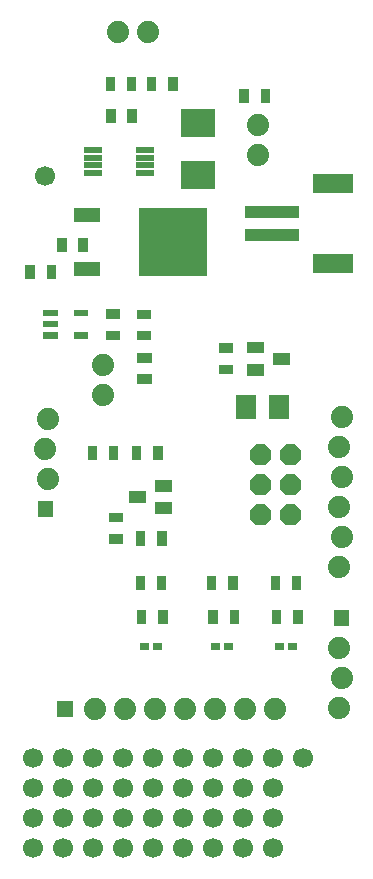
<source format=gbr>
G04 DipTrace 2.3.0.1*
%INTopMask.gbr*%
%MOIN*%
%ADD25C,0.074*%
%ADD36R,0.063X0.0236*%
%ADD38R,0.2303X0.2264*%
%ADD40R,0.0906X0.0472*%
%ADD42C,0.0669*%
%ADD46R,0.1159X0.0929*%
%ADD48R,0.0709X0.0787*%
%FSLAX44Y44*%
G04*
G70*
G90*
G75*
G01*
%LNTopMask*%
%LPD*%
G36*
X3486Y18243D2*
Y18557D1*
X3014D1*
Y18243D1*
X3486D1*
G37*
G36*
Y17534D2*
Y17849D1*
X3014D1*
Y17534D1*
X3486D1*
G37*
G36*
X4327Y9670D2*
X4012D1*
Y9198D1*
X4327D1*
Y9670D1*
G37*
G36*
X5036D2*
X4721D1*
Y9198D1*
X5036D1*
Y9670D1*
G37*
G36*
X8827D2*
X8512D1*
Y9198D1*
X8827D1*
Y9670D1*
G37*
G36*
X9536D2*
X9221D1*
Y9198D1*
X9536D1*
Y9670D1*
G37*
G36*
X6702D2*
X6387D1*
Y9198D1*
X6702D1*
Y9670D1*
G37*
G36*
X7411D2*
X7096D1*
Y9198D1*
X7411D1*
Y9670D1*
G37*
G36*
X4059Y17841D2*
Y17527D1*
X4531D1*
Y17841D1*
X4059D1*
G37*
G36*
Y18550D2*
Y18235D1*
X4531D1*
Y18550D1*
X4059D1*
G37*
D48*
X8800Y15300D3*
X7698D3*
G36*
X3734Y24772D2*
X4049D1*
Y25245D1*
X3734D1*
Y24772D1*
G37*
G36*
X3026D2*
X3340D1*
Y25245D1*
X3026D1*
Y24772D1*
G37*
G36*
X1043Y19564D2*
X1357D1*
Y20036D1*
X1043D1*
Y19564D1*
G37*
G36*
X334D2*
X649D1*
Y20036D1*
X334D1*
Y19564D1*
G37*
G36*
X4452Y7427D2*
X4137D1*
Y7191D1*
X4452D1*
Y7427D1*
G37*
G36*
X4885D2*
X4570D1*
Y7191D1*
X4885D1*
Y7427D1*
G37*
G36*
X8952D2*
X8637D1*
Y7191D1*
X8952D1*
Y7427D1*
G37*
G36*
X9385D2*
X9070D1*
Y7191D1*
X9385D1*
Y7427D1*
G37*
G36*
X6827D2*
X6512D1*
Y7191D1*
X6827D1*
Y7427D1*
G37*
G36*
X7260D2*
X6945D1*
Y7191D1*
X7260D1*
Y7427D1*
G37*
D46*
X6078Y23043D3*
Y24783D3*
D25*
X2924Y15703D3*
Y16703D3*
X10770Y9960D3*
X10870Y10960D3*
X10770Y11960D3*
X10870Y12960D3*
X10770Y13960D3*
X10870Y14960D3*
G36*
X738Y12162D2*
X1261D1*
X1262Y11639D1*
X738Y11638D1*
Y12162D1*
G37*
D25*
X1100Y12900D3*
X1000Y13900D3*
X1100Y14900D3*
G36*
X8024Y13375D2*
X7824Y13575D1*
Y13858D1*
X8024Y14059D1*
X8307D1*
X8508Y13858D1*
Y13575D1*
X8307Y13375D1*
X8024D1*
G37*
G36*
X9024D2*
X8824Y13575D1*
Y13858D1*
X9024Y14059D1*
X9307D1*
X9508Y13858D1*
Y13575D1*
X9307Y13375D1*
X9024D1*
G37*
G36*
X8024Y12375D2*
X7824Y12575D1*
Y12858D1*
X8024Y13059D1*
X8307D1*
X8508Y12858D1*
Y12575D1*
X8307Y12375D1*
X8024D1*
G37*
G36*
X9024D2*
X8824Y12575D1*
Y12858D1*
X9024Y13059D1*
X9307D1*
X9508Y12858D1*
Y12575D1*
X9307Y12375D1*
X9024D1*
G37*
G36*
X8024Y11375D2*
X7824Y11575D1*
Y11858D1*
X8024Y12059D1*
X8307D1*
X8508Y11858D1*
Y11575D1*
X8307Y11375D1*
X8024D1*
G37*
G36*
X9024D2*
X8824Y11575D1*
Y11858D1*
X9024Y12059D1*
X9307D1*
X9508Y11858D1*
Y11575D1*
X9307Y11375D1*
X9024D1*
G37*
G36*
X1907Y5496D2*
X1908Y4973D1*
X1384Y4972D1*
Y5496D1*
X1907D1*
G37*
D25*
X2646Y5234D3*
X3646D3*
X4646D3*
X5646D3*
X6646D3*
X7646D3*
X8646D3*
G36*
X11132Y7998D2*
X10609D1*
X10608Y8521D1*
X11132Y8522D1*
Y7998D1*
G37*
D25*
X10770Y7260D3*
X10870Y6260D3*
X10770Y5260D3*
X3420Y27809D3*
X4420D3*
X8071Y23692D3*
Y24692D3*
G36*
X9450Y21612D2*
Y22006D1*
X7639D1*
Y21612D1*
X9450D1*
G37*
G36*
Y20825D2*
Y21218D1*
X7639D1*
Y20825D1*
X9450D1*
G37*
G36*
X11261Y23069D2*
X9923D1*
Y22439D1*
X11261D1*
Y23069D1*
G37*
G36*
Y20392D2*
X9923D1*
Y19762D1*
X11261D1*
Y20392D1*
G37*
D42*
X600Y3600D3*
X1600D3*
X2600D3*
X3600Y2600D3*
Y3600D3*
X2600Y2600D3*
X600D3*
X4600Y3600D3*
Y2600D3*
X1600D3*
X5600Y3600D3*
X6600D3*
X7600D3*
X8600Y2600D3*
Y3600D3*
X7600Y2600D3*
X5600D3*
X9600Y3600D3*
X1000Y23000D3*
X6600Y2600D3*
X600Y1600D3*
X1600D3*
X2600D3*
X3600Y600D3*
Y1600D3*
X2600Y600D3*
X600D3*
X4600Y1600D3*
Y600D3*
X1600D3*
X5600Y1600D3*
X6600D3*
X7600D3*
X8600Y600D3*
Y1600D3*
X7600Y600D3*
X5600D3*
X6600D3*
G36*
X4665Y12124D2*
Y11730D1*
X5216D1*
Y12124D1*
X4665D1*
G37*
G36*
Y12872D2*
Y12478D1*
X5216D1*
Y12872D1*
X4665D1*
G37*
G36*
X3799Y12498D2*
Y12104D1*
X4350D1*
Y12498D1*
X3799D1*
G37*
G36*
X8286Y17089D2*
Y17483D1*
X7735D1*
Y17089D1*
X8286D1*
G37*
G36*
Y16341D2*
Y16735D1*
X7735D1*
Y16341D1*
X8286D1*
G37*
G36*
X9152Y16715D2*
Y17109D1*
X8601D1*
Y16715D1*
X9152D1*
G37*
D40*
X2400Y21700D3*
Y19905D3*
D38*
X5254Y20802D3*
G36*
X4065Y16387D2*
Y16072D1*
X4538D1*
Y16387D1*
X4065D1*
G37*
G36*
Y17095D2*
Y16780D1*
X4538D1*
Y17095D1*
X4065D1*
G37*
G36*
X3115Y13519D2*
X3430D1*
Y13991D1*
X3115D1*
Y13519D1*
G37*
G36*
X2406D2*
X2721D1*
Y13991D1*
X2406D1*
Y13519D1*
G37*
G36*
X4762Y8073D2*
X5077D1*
Y8545D1*
X4762D1*
Y8073D1*
G37*
G36*
X4054D2*
X4369D1*
Y8545D1*
X4054D1*
Y8073D1*
G37*
G36*
X9262D2*
X9577D1*
Y8545D1*
X9262D1*
Y8073D1*
G37*
G36*
X8554D2*
X8869D1*
Y8545D1*
X8554D1*
Y8073D1*
G37*
G36*
X7137D2*
X7452D1*
Y8545D1*
X7137D1*
Y8073D1*
G37*
G36*
X6429D2*
X6744D1*
Y8545D1*
X6429D1*
Y8073D1*
G37*
G36*
X4195Y14011D2*
X3880D1*
Y13539D1*
X4195D1*
Y14011D1*
G37*
G36*
X4904D2*
X4589D1*
Y13539D1*
X4904D1*
Y14011D1*
G37*
G36*
X7268Y17108D2*
Y17423D1*
X6795D1*
Y17108D1*
X7268D1*
G37*
G36*
Y16399D2*
Y16714D1*
X6795D1*
Y16399D1*
X7268D1*
G37*
G36*
X1707Y20936D2*
X1393D1*
Y20464D1*
X1707D1*
Y20936D1*
G37*
G36*
X2416D2*
X2101D1*
Y20464D1*
X2416D1*
Y20936D1*
G37*
G36*
X3115Y11065D2*
Y10750D1*
X3587D1*
Y11065D1*
X3115D1*
G37*
G36*
Y11773D2*
Y11458D1*
X3587D1*
Y11773D1*
X3115D1*
G37*
G36*
X4336Y11154D2*
X4021D1*
Y10682D1*
X4336D1*
Y11154D1*
G37*
G36*
X5044D2*
X4729D1*
Y10682D1*
X5044D1*
Y11154D1*
G37*
G36*
X4702Y26295D2*
X4387D1*
Y25823D1*
X4702D1*
Y26295D1*
G37*
G36*
X5411D2*
X5096D1*
Y25823D1*
X5411D1*
Y26295D1*
G37*
G36*
X7780Y25915D2*
X7465D1*
Y25442D1*
X7780D1*
Y25915D1*
G37*
G36*
X8489D2*
X8174D1*
Y25442D1*
X8489D1*
Y25915D1*
G37*
G36*
X3327Y26295D2*
X3012D1*
Y25823D1*
X3327D1*
Y26295D1*
G37*
G36*
X4036D2*
X3721D1*
Y25823D1*
X4036D1*
Y26295D1*
G37*
G36*
X1406Y18326D2*
Y18542D1*
X934D1*
Y18326D1*
X1406D1*
G37*
G36*
Y17952D2*
Y18168D1*
X934D1*
Y17952D1*
X1406D1*
G37*
G36*
Y17578D2*
Y17794D1*
X934D1*
Y17578D1*
X1406D1*
G37*
G36*
X2430D2*
Y17794D1*
X1957D1*
Y17578D1*
X2430D1*
G37*
G36*
Y18326D2*
Y18542D1*
X1957D1*
Y18326D1*
X2430D1*
G37*
D36*
X2601Y23870D3*
Y23614D3*
Y23358D3*
Y23102D3*
X4333D3*
Y23358D3*
Y23614D3*
Y23870D3*
M02*

</source>
